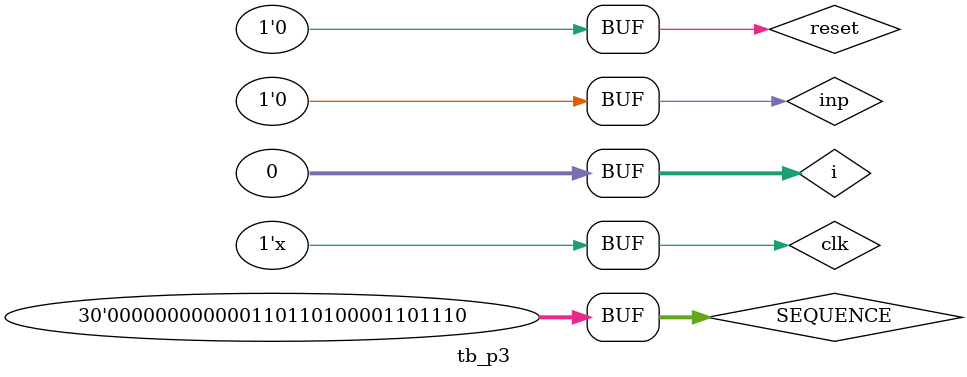
<source format=v>
module p3(Y, curr_state, clk, reset, inp); //module declaration with inputs and outputs
	output Y;
	input clk, reset,inp;
	output [2:0] curr_state;
	reg [2:0] next_state;
	reg[2:0] curr_state;

	parameter [2:0] S0= 3'b000;
	parameter [2:0] S1= 3'b001;
	parameter [2:0] S2 = 3'b010;
	parameter [2:0] S3=3'b011;
	parameter [2:0] S4=3'b100;

	initial
	begin
		curr_state = 3'b000;
		next_state = 3'b000;
	end

	always @(posedge clk) // sequential logic
	begin
		if (reset) curr_state <= S0;
		else curr_state <= next_state;
		end

		always @(curr_state or inp) // combinational logic
		begin
			case(curr_state)
				S0: if (reset) next_state = S0;
						else if(inp) next_state = S1;
						else next_state = S0;
				S1: if (reset) next_state = S0;
						else if(inp) next_state = S2;
						else next_state = S0;
				S2: if (reset) next_state = S0;
						else if(inp) next_state = S2;
						else next_state = S3;
				S3: if (reset) next_state = S0;
						else if(inp) next_state = S4;
						else next_state = S0;
				S4: if (reset) next_state = S0;
						else if(inp) next_state = S2;
						else next_state = S0;
		endcase 

	end
	// output logic described using continuous assignment
	assign Y = (curr_state == S4);
endmodule

// Test bench for p1.v
module tb_p3();
	reg clk, reset,inp; //inputs
	wire Y; //outputs
	wire[2:0] curr_state;
	integer i;
	p1 DUT(Y,curr_state,clk,reset,inp); //changed the sequence
	reg[30:1] SEQUENCE = 20'b1110110100100110110100001101110;
	initial reset = 1'b1;
	always #10 clk = ~clk;
	initial
		begin
		clk = 1'b1;
		reset = 1'b0;
		for (i = 20; i >= 1; i = i - 1)
		begin
			inp = SEQUENCE[i]; #20
			$monitor("SEQUENCE_BIT = %b, Y = %b, reset = %b\n", inp, Y, reset, $time);
		end
	end
endmodule
</source>
